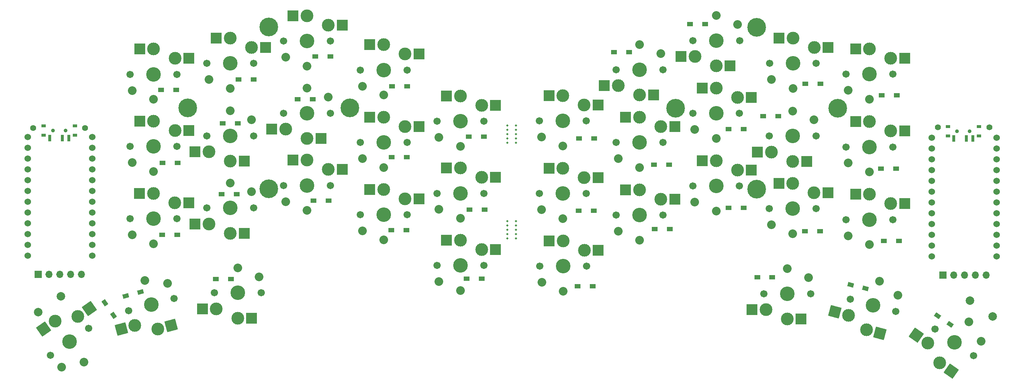
<source format=gbr>
%TF.GenerationSoftware,KiCad,Pcbnew,(6.0.5-0)*%
%TF.CreationDate,2022-12-11T16:32:45-08:00*%
%TF.ProjectId,Swept_3x5,53776570-745f-4337-9835-2e6b69636164,rev?*%
%TF.SameCoordinates,Original*%
%TF.FileFunction,Soldermask,Bot*%
%TF.FilePolarity,Negative*%
%FSLAX46Y46*%
G04 Gerber Fmt 4.6, Leading zero omitted, Abs format (unit mm)*
G04 Created by KiCad (PCBNEW (6.0.5-0)) date 2022-12-11 16:32:45*
%MOMM*%
%LPD*%
G01*
G04 APERTURE LIST*
G04 Aperture macros list*
%AMRotRect*
0 Rectangle, with rotation*
0 The origin of the aperture is its center*
0 $1 length*
0 $2 width*
0 $3 Rotation angle, in degrees counterclockwise*
0 Add horizontal line*
21,1,$1,$2,0,0,$3*%
G04 Aperture macros list end*
%ADD10C,1.524000*%
%ADD11C,1.701800*%
%ADD12C,3.000000*%
%ADD13C,3.429000*%
%ADD14C,2.032000*%
%ADD15R,2.600000X2.600000*%
%ADD16RotRect,2.600000X2.600000X165.000000*%
%ADD17C,0.500000*%
%ADD18C,2.000000*%
%ADD19C,4.400000*%
%ADD20RotRect,2.600000X2.600000X195.000000*%
%ADD21RotRect,2.600000X2.600000X145.000000*%
%ADD22R,1.700000X1.700000*%
%ADD23O,1.700000X1.700000*%
%ADD24C,1.397000*%
%ADD25RotRect,2.600000X2.600000X35.000000*%
%ADD26R,1.400000X1.000000*%
%ADD27R,1.000000X0.800000*%
%ADD28C,0.900000*%
%ADD29R,0.700000X1.500000*%
%ADD30RotRect,1.400000X1.000000X145.000000*%
%ADD31RotRect,1.400000X1.000000X305.000000*%
%ADD32RotRect,1.400000X1.000000X165.000000*%
%ADD33RotRect,1.400000X1.000000X15.000000*%
G04 APERTURE END LIST*
D10*
%TO.C,U1*%
X246380401Y-49847433D03*
X246380401Y-52387433D03*
X246380401Y-54927433D03*
X246380401Y-57467433D03*
X246380401Y-60007433D03*
X246380401Y-62547433D03*
X246380401Y-65087433D03*
X246380401Y-67627433D03*
X246380401Y-70167433D03*
X246380401Y-72707433D03*
X246380401Y-75247433D03*
X246380401Y-77787433D03*
X231160401Y-77787433D03*
X231160401Y-75247433D03*
X231160401Y-72707433D03*
X231160401Y-70167433D03*
X231160401Y-67627433D03*
X231160401Y-65087433D03*
X231160401Y-62547433D03*
X231160401Y-60007433D03*
X231160401Y-57467433D03*
X231160401Y-54927433D03*
X231160401Y-52387433D03*
X231160401Y-49847433D03*
%TD*%
D11*
%TO.C,SW16*%
X156997201Y-68120233D03*
D12*
X162497201Y-62170233D03*
X167497201Y-64370233D03*
D13*
X162497201Y-68120233D03*
D11*
X167997201Y-68120233D03*
D14*
X162497201Y-74020233D03*
D15*
X159222201Y-62170233D03*
X170772201Y-64370233D03*
D14*
X157497201Y-71920233D03*
%TD*%
D12*
%TO.C,SW20*%
X192193601Y-90386833D03*
D11*
X191693601Y-86636833D03*
D12*
X197193601Y-92586833D03*
D11*
X202693601Y-86636833D03*
D13*
X197193601Y-86636833D03*
D15*
X200468601Y-92586833D03*
D14*
X197193601Y-80736833D03*
X202193601Y-82836833D03*
D15*
X188918601Y-90386833D03*
%TD*%
D12*
%TO.C,SW15*%
X149539401Y-76384433D03*
D11*
X150039401Y-80134433D03*
D12*
X144539401Y-74184433D03*
D13*
X144539401Y-80134433D03*
D11*
X139039401Y-80134433D03*
D14*
X144539401Y-86034433D03*
D15*
X141264401Y-74184433D03*
D14*
X139539401Y-83934433D03*
D15*
X152814401Y-76384433D03*
%TD*%
D12*
%TO.C,SW21*%
X215846628Y-95101892D03*
D13*
X217386601Y-89354633D03*
D11*
X222699193Y-90778138D03*
D12*
X211586400Y-91682760D03*
D11*
X212074009Y-87931128D03*
D14*
X218913633Y-83655671D03*
D16*
X219010035Y-95949524D03*
X208422993Y-90835127D03*
D14*
X223199743Y-86978210D03*
%TD*%
D13*
%TO.C,SW17*%
X180505801Y-61236833D03*
D12*
X185505801Y-57486833D03*
D11*
X186005801Y-61236833D03*
D12*
X180505801Y-55286833D03*
D11*
X175005801Y-61236833D03*
D14*
X180505801Y-67136833D03*
D15*
X177230801Y-55286833D03*
X188780801Y-57486833D03*
D14*
X175505801Y-65036833D03*
%TD*%
D13*
%TO.C,SW18*%
X198514401Y-66596233D03*
D11*
X193014401Y-66596233D03*
X204014401Y-66596233D03*
D12*
X198514401Y-60646233D03*
X203514401Y-62846233D03*
D14*
X198514401Y-72496233D03*
D15*
X195239401Y-60646233D03*
X206789401Y-62846233D03*
D14*
X193514401Y-70396233D03*
%TD*%
D13*
%TO.C,SW4*%
X162522601Y-33881033D03*
D12*
X162522601Y-39831033D03*
X157522601Y-37631033D03*
D11*
X168022601Y-33881033D03*
X157022601Y-33881033D03*
D15*
X165797601Y-39831033D03*
D14*
X162522601Y-27981033D03*
D15*
X154247601Y-37631033D03*
D14*
X167522601Y-30081033D03*
%TD*%
D13*
%TO.C,SW3*%
X144514001Y-45920633D03*
D11*
X150014001Y-45920633D03*
D12*
X149514001Y-42170633D03*
D11*
X139014001Y-45920633D03*
D12*
X144514001Y-39970633D03*
D14*
X144514001Y-51820633D03*
D15*
X141239001Y-39970633D03*
D14*
X139514001Y-49720633D03*
D15*
X152789001Y-42170633D03*
%TD*%
D11*
%TO.C,SW9*%
X139014001Y-63014833D03*
D12*
X149514001Y-59264833D03*
D11*
X150014001Y-63014833D03*
D12*
X144514001Y-57064833D03*
D13*
X144514001Y-63014833D03*
D14*
X144514001Y-68914833D03*
D15*
X141239001Y-57064833D03*
X152789001Y-59264833D03*
D14*
X139514001Y-66814833D03*
%TD*%
D11*
%TO.C,SW12*%
X193014401Y-49476633D03*
D12*
X198514401Y-55426633D03*
D11*
X204014401Y-49476633D03*
D12*
X193514401Y-53226633D03*
D13*
X198514401Y-49476633D03*
D15*
X201789401Y-55426633D03*
D14*
X198514401Y-43576633D03*
X203514401Y-45676633D03*
D15*
X190239401Y-53226633D03*
%TD*%
D12*
%TO.C,SW11*%
X180505801Y-38167233D03*
D11*
X175005801Y-44117233D03*
X186005801Y-44117233D03*
D13*
X180505801Y-44117233D03*
D12*
X185505801Y-40367233D03*
D14*
X180505801Y-50017233D03*
D15*
X177230801Y-38167233D03*
D14*
X175505801Y-47917233D03*
D15*
X188780801Y-40367233D03*
%TD*%
D12*
%TO.C,SW6*%
X203539801Y-28607033D03*
X198539801Y-26407033D03*
D11*
X204039801Y-32357033D03*
D13*
X198539801Y-32357033D03*
D11*
X193039801Y-32357033D03*
D15*
X195264801Y-26407033D03*
D14*
X198539801Y-38257033D03*
D15*
X206814801Y-28607033D03*
D14*
X193539801Y-36157033D03*
%TD*%
D13*
%TO.C,SW5*%
X180531201Y-27023033D03*
D11*
X186031201Y-27023033D03*
D12*
X175531201Y-30773033D03*
D11*
X175031201Y-27023033D03*
D12*
X180531201Y-32973033D03*
D14*
X180531201Y-21123033D03*
D15*
X183806201Y-32973033D03*
X172256201Y-30773033D03*
D14*
X185531201Y-23223033D03*
%TD*%
D17*
%TO.C,mouse-bite-2mm-slot*%
X131407601Y-51079167D03*
X131407601Y-48031167D03*
X131407601Y-49047167D03*
X133439601Y-48031167D03*
X133439601Y-49047167D03*
X131407601Y-50063167D03*
X133439601Y-50063167D03*
X133439601Y-51079167D03*
X133439601Y-47015167D03*
X131407601Y-47015167D03*
%TD*%
%TO.C,mouse-bite-2mm-slot*%
X133477000Y-73583448D03*
X133477000Y-70535448D03*
X131445000Y-70535448D03*
X131445000Y-73583448D03*
X131445000Y-71551448D03*
X133477000Y-71551448D03*
X133477000Y-72567448D03*
X131445000Y-69519448D03*
X131445000Y-72567448D03*
X133477000Y-69519448D03*
%TD*%
D18*
%TO.C,RSW1*%
X245492244Y-91954123D03*
X240167756Y-88225877D03*
%TD*%
D11*
%TO.C,SW10*%
X156997201Y-51000633D03*
X167997201Y-51000633D03*
D12*
X162497201Y-45050633D03*
X167497201Y-47250633D03*
D13*
X162497201Y-51000633D03*
D15*
X159222201Y-45050633D03*
D14*
X162497201Y-56900633D03*
D15*
X170772201Y-47250633D03*
D14*
X157497201Y-54800633D03*
%TD*%
D19*
%TO.C,REF\u002A\u002A*%
X209072601Y-42933433D03*
X170972601Y-42933433D03*
X190022601Y-23883433D03*
X190022601Y-61983433D03*
%TD*%
D10*
%TO.C,U2*%
X33942000Y-49722800D03*
X33942000Y-52262800D03*
X33942000Y-54802800D03*
X33942000Y-57342800D03*
X33942000Y-59882800D03*
X33942000Y-62422800D03*
X33942000Y-64962800D03*
X33942000Y-67502800D03*
X33942000Y-70042800D03*
X33942000Y-72582800D03*
X33942000Y-75122800D03*
X33942000Y-77662800D03*
X18722000Y-77662800D03*
X18722000Y-75122800D03*
X18722000Y-72582800D03*
X18722000Y-70042800D03*
X18722000Y-67502800D03*
X18722000Y-64962800D03*
X18722000Y-62422800D03*
X18722000Y-59882800D03*
X18722000Y-57342800D03*
X18722000Y-54802800D03*
X18722000Y-52262800D03*
X18722000Y-49722800D03*
%TD*%
D11*
%TO.C,SW17_r1*%
X89878800Y-61112400D03*
X78878800Y-61112400D03*
D12*
X89378800Y-57362400D03*
X84378800Y-55162400D03*
D13*
X84378800Y-61112400D03*
D15*
X81103800Y-55162400D03*
D14*
X84378800Y-67012400D03*
X79378800Y-64912400D03*
D15*
X92653800Y-57362400D03*
%TD*%
D11*
%TO.C,SW11_r1*%
X89853400Y-44119800D03*
X78853400Y-44119800D03*
D12*
X79353400Y-47869800D03*
D13*
X84353400Y-44119800D03*
D12*
X84353400Y-50069800D03*
D14*
X84353400Y-38219800D03*
D15*
X87628400Y-50069800D03*
X76078400Y-47869800D03*
D14*
X89353400Y-40319800D03*
%TD*%
D11*
%TO.C,SW15_r1*%
X114896000Y-79959200D03*
D12*
X120396000Y-74009200D03*
D13*
X120396000Y-79959200D03*
D11*
X125896000Y-79959200D03*
D12*
X125396000Y-76209200D03*
D14*
X120396000Y-85859200D03*
D15*
X117121000Y-74009200D03*
D14*
X115396000Y-83759200D03*
D15*
X128671000Y-76209200D03*
%TD*%
D11*
%TO.C,SW18_r1*%
X60844800Y-66421000D03*
D12*
X66344800Y-72371000D03*
D13*
X66344800Y-66421000D03*
D11*
X71844800Y-66421000D03*
D12*
X61344800Y-70171000D03*
D14*
X66344800Y-60521000D03*
D15*
X69619800Y-72371000D03*
D14*
X71344800Y-62621000D03*
D15*
X58069800Y-70171000D03*
%TD*%
D11*
%TO.C,SW6_r1*%
X60844800Y-32359600D03*
D12*
X71344800Y-28609600D03*
X66344800Y-26409600D03*
D11*
X71844800Y-32359600D03*
D13*
X66344800Y-32359600D03*
D14*
X66344800Y-38259600D03*
D15*
X63069800Y-26409600D03*
X74619800Y-28609600D03*
D14*
X61344800Y-36159600D03*
%TD*%
D11*
%TO.C,SW5_r1*%
X78878800Y-27101800D03*
X89878800Y-27101800D03*
D12*
X89378800Y-23351800D03*
D13*
X84378800Y-27101800D03*
D12*
X84378800Y-21151800D03*
D14*
X84378800Y-33001800D03*
D15*
X81103800Y-21151800D03*
D14*
X79378800Y-30901800D03*
D15*
X92653800Y-23351800D03*
%TD*%
D11*
%TO.C,SW16_r1*%
X96912800Y-67995800D03*
D12*
X102412800Y-62045800D03*
D13*
X102412800Y-67995800D03*
D11*
X107912800Y-67995800D03*
D12*
X107412800Y-64245800D03*
D14*
X102412800Y-73895800D03*
D15*
X99137800Y-62045800D03*
X110687800Y-64245800D03*
D14*
X97412800Y-71795800D03*
%TD*%
D13*
%TO.C,SW4_r1*%
X102387400Y-33934400D03*
D12*
X107387400Y-30184400D03*
X102387400Y-27984400D03*
D11*
X96887400Y-33934400D03*
X107887400Y-33934400D03*
D15*
X99112400Y-27984400D03*
D14*
X102387400Y-39834400D03*
X97387400Y-37734400D03*
D15*
X110662400Y-30184400D03*
%TD*%
D12*
%TO.C,SW13_r1*%
X48336200Y-45993000D03*
D11*
X53836200Y-51943000D03*
D12*
X53336200Y-48193000D03*
D11*
X42836200Y-51943000D03*
D13*
X48336200Y-51943000D03*
D15*
X45061200Y-45993000D03*
D14*
X48336200Y-57843000D03*
D15*
X56611200Y-48193000D03*
D14*
X43336200Y-55743000D03*
%TD*%
D12*
%TO.C,SW12_r1*%
X66344800Y-55378400D03*
D11*
X71844800Y-49428400D03*
X60844800Y-49428400D03*
D13*
X66344800Y-49428400D03*
D12*
X61344800Y-53178400D03*
D14*
X66344800Y-43528400D03*
D15*
X69619800Y-55378400D03*
X58069800Y-53178400D03*
D14*
X71344800Y-45628400D03*
%TD*%
D11*
%TO.C,SW3_r1*%
X114896000Y-45974000D03*
D13*
X120396000Y-45974000D03*
D11*
X125896000Y-45974000D03*
D12*
X125396000Y-42224000D03*
X120396000Y-40024000D03*
D15*
X117121000Y-40024000D03*
D14*
X120396000Y-51874000D03*
D15*
X128671000Y-42224000D03*
D14*
X115396000Y-49774000D03*
%TD*%
D13*
%TO.C,SW21_r1*%
X47777400Y-89154000D03*
D12*
X49317373Y-94901259D03*
D11*
X42464808Y-90577505D03*
D12*
X43918342Y-94070317D03*
D11*
X53089992Y-87730495D03*
D20*
X52480780Y-94053626D03*
D14*
X46250368Y-83455038D03*
D20*
X40754935Y-94917949D03*
D14*
X51623517Y-84189387D03*
%TD*%
D11*
%TO.C,SW9_r1*%
X125896000Y-62966600D03*
D12*
X120396000Y-57016600D03*
D11*
X114896000Y-62966600D03*
D13*
X120396000Y-62966600D03*
D12*
X125396000Y-59216600D03*
D15*
X117121000Y-57016600D03*
D14*
X120396000Y-68866600D03*
X115396000Y-66766600D03*
D15*
X128671000Y-59216600D03*
%TD*%
D12*
%TO.C,SW20_r1*%
X68072000Y-92360800D03*
D11*
X73572000Y-86410800D03*
D12*
X63072000Y-90160800D03*
D13*
X68072000Y-86410800D03*
D11*
X62572000Y-86410800D03*
D14*
X68072000Y-80510800D03*
D15*
X71347000Y-92360800D03*
D14*
X73072000Y-82610800D03*
D15*
X59797000Y-90160800D03*
%TD*%
D13*
%TO.C,SW7_r1*%
X48336200Y-34950400D03*
D12*
X53336200Y-31200400D03*
D11*
X42836200Y-34950400D03*
D12*
X48336200Y-29000400D03*
D11*
X53836200Y-34950400D03*
D15*
X45061200Y-29000400D03*
D14*
X48336200Y-40850400D03*
D15*
X56611200Y-31200400D03*
D14*
X43336200Y-38750400D03*
%TD*%
D19*
%TO.C,REF\u002A\u002A*%
X94407400Y-42878400D03*
X56307400Y-42878400D03*
X75357400Y-61928400D03*
X75357400Y-23828400D03*
%TD*%
D18*
%TO.C,RSW2*%
X26562244Y-87185877D03*
X21237756Y-90914123D03*
%TD*%
D12*
%TO.C,SW13*%
X216548401Y-46092033D03*
D13*
X216548401Y-52042033D03*
D11*
X222048401Y-52042033D03*
D12*
X221548401Y-48292033D03*
D11*
X211048401Y-52042033D03*
D15*
X213273401Y-46092033D03*
D14*
X216548401Y-57942033D03*
X211548401Y-55842033D03*
D15*
X224823401Y-48292033D03*
%TD*%
D13*
%TO.C,SW22*%
X236487401Y-98041433D03*
D11*
X240992737Y-101196103D03*
D12*
X233074621Y-102915388D03*
D11*
X231982065Y-94886763D03*
D12*
X230240729Y-98245371D03*
D14*
X239871502Y-93208436D03*
D21*
X235757344Y-104793850D03*
X227558006Y-96366908D03*
D14*
X242762752Y-97796537D03*
%TD*%
D22*
%TO.C,J2*%
X21225000Y-82090000D03*
D23*
X23765000Y-82090000D03*
X26305000Y-82090000D03*
X28845000Y-82090000D03*
X31385000Y-82090000D03*
%TD*%
D12*
%TO.C,SW19*%
X221548401Y-65411633D03*
D13*
X216548401Y-69161633D03*
D12*
X216548401Y-63211633D03*
D11*
X211048401Y-69161633D03*
X222048401Y-69161633D03*
D14*
X216548401Y-75061633D03*
D15*
X213273401Y-63211633D03*
D14*
X211548401Y-72961633D03*
D15*
X224823401Y-65411633D03*
%TD*%
D22*
%TO.C,J1*%
X233765000Y-82200000D03*
D23*
X236305000Y-82200000D03*
X238845000Y-82200000D03*
X241385000Y-82200000D03*
X243925000Y-82200000D03*
%TD*%
D11*
%TO.C,SW19_r1*%
X53810800Y-68961000D03*
X42810800Y-68961000D03*
D12*
X53310800Y-65211000D03*
D13*
X48310800Y-68961000D03*
D12*
X48310800Y-63011000D03*
D15*
X45035800Y-63011000D03*
D14*
X48310800Y-74861000D03*
X43310800Y-72761000D03*
D15*
X56585800Y-65211000D03*
%TD*%
D24*
%TO.C,Bat+1*%
X232575801Y-47393833D03*
%TD*%
D12*
%TO.C,SW10_r1*%
X102387400Y-45027800D03*
D11*
X96887400Y-50977800D03*
X107887400Y-50977800D03*
D12*
X107387400Y-47227800D03*
D13*
X102387400Y-50977800D03*
D15*
X99112400Y-45027800D03*
D14*
X102387400Y-56877800D03*
X97387400Y-54777800D03*
D15*
X110662400Y-47227800D03*
%TD*%
D11*
%TO.C,SW22_r1*%
X24079200Y-101066600D03*
D12*
X30529385Y-91972228D03*
X25171756Y-93037975D03*
D11*
X33089872Y-94757260D03*
D13*
X28584536Y-97911930D03*
D25*
X22489033Y-94916438D03*
D14*
X31968637Y-102744927D03*
D25*
X33212108Y-90093765D03*
D14*
X26668366Y-103892590D03*
%TD*%
D24*
%TO.C,BatGND1*%
X244717001Y-47444633D03*
%TD*%
%TO.C,Bat+r1*%
X20040600Y-47574200D03*
%TD*%
D11*
%TO.C,SW7*%
X211048401Y-34922433D03*
X222048401Y-34922433D03*
D13*
X216548401Y-34922433D03*
D12*
X216548401Y-28972433D03*
X221548401Y-31172433D03*
D14*
X216548401Y-40822433D03*
D15*
X213273401Y-28972433D03*
X224823401Y-31172433D03*
D14*
X211548401Y-38722433D03*
%TD*%
D24*
%TO.C,BatGND4*%
X32207200Y-47625000D03*
%TD*%
D26*
%TO.C,D7*%
X151775401Y-67078833D03*
X148225401Y-67078833D03*
%TD*%
%TO.C,D18*%
X193707801Y-82725233D03*
X190157801Y-82725233D03*
%TD*%
%TO.C,Dr16*%
X64315800Y-63195200D03*
X67865800Y-63195200D03*
%TD*%
%TO.C,Dr15*%
X85905800Y-64693800D03*
X89455800Y-64693800D03*
%TD*%
%TO.C,Dr3*%
X86312200Y-30759400D03*
X89862200Y-30759400D03*
%TD*%
%TO.C,Dr18*%
X62915800Y-83159600D03*
X66465800Y-83159600D03*
%TD*%
%TO.C,Dr9*%
X82197400Y-40843200D03*
X85747400Y-40843200D03*
%TD*%
%TO.C,D11*%
X222765401Y-57122033D03*
X219215401Y-57122033D03*
%TD*%
%TO.C,D17*%
X223502001Y-74190833D03*
X219952001Y-74190833D03*
%TD*%
%TO.C,D15*%
X187002201Y-66418433D03*
X183452201Y-66418433D03*
%TD*%
%TO.C,D2*%
X160055801Y-29690033D03*
X156505801Y-29690033D03*
%TD*%
%TO.C,Dr4*%
X68252800Y-36169600D03*
X71802800Y-36169600D03*
%TD*%
%TO.C,D13*%
X151470601Y-84858833D03*
X147920601Y-84858833D03*
%TD*%
%TO.C,Dr10*%
X64519000Y-46456600D03*
X68069000Y-46456600D03*
%TD*%
D27*
%TO.C,SW_POWER1*%
X242245601Y-47226233D03*
X234945601Y-49436233D03*
D28*
X237095601Y-48326233D03*
D27*
X242245601Y-49436233D03*
X234945601Y-47226233D03*
D28*
X240095601Y-48326233D03*
D29*
X236345601Y-50086233D03*
X239345601Y-50086233D03*
X240845601Y-50086233D03*
%TD*%
D26*
%TO.C,D3*%
X177912001Y-23136833D03*
X174362001Y-23136833D03*
%TD*%
%TO.C,Dr11*%
X50396600Y-55829200D03*
X53946600Y-55829200D03*
%TD*%
%TO.C,Dr2*%
X104371600Y-37769800D03*
X107921600Y-37769800D03*
%TD*%
D30*
%TO.C,D20*%
X235458391Y-93803829D03*
X232550401Y-91767633D03*
%TD*%
D26*
%TO.C,D16*%
X204960001Y-71904833D03*
X201410001Y-71904833D03*
%TD*%
D31*
%TO.C,Dr20*%
X36851902Y-88756005D03*
X38888098Y-91663995D03*
%TD*%
D26*
%TO.C,Dr7*%
X122532600Y-66802000D03*
X126082600Y-66802000D03*
%TD*%
%TO.C,Dr5*%
X50066400Y-38633400D03*
X53616400Y-38633400D03*
%TD*%
D32*
%TO.C,D19*%
X215557837Y-85396641D03*
X212128801Y-84477833D03*
%TD*%
D26*
%TO.C,Dr1*%
X122380200Y-49657000D03*
X125930200Y-49657000D03*
%TD*%
D27*
%TO.C,SW_POWERR1*%
X22512000Y-47101800D03*
D28*
X27662000Y-48201800D03*
D27*
X29812000Y-47101800D03*
D28*
X24662000Y-48201800D03*
D27*
X22512000Y-49311800D03*
X29812000Y-49311800D03*
D29*
X23912000Y-49961800D03*
X26912000Y-49961800D03*
X28412000Y-49961800D03*
%TD*%
D26*
%TO.C,Dr14*%
X104193800Y-71602600D03*
X107743800Y-71602600D03*
%TD*%
%TO.C,D10*%
X195130201Y-44828433D03*
X191580201Y-44828433D03*
%TD*%
%TO.C,D9*%
X186951401Y-47825633D03*
X183401401Y-47825633D03*
%TD*%
%TO.C,Dr13*%
X121872200Y-83083400D03*
X125422200Y-83083400D03*
%TD*%
%TO.C,D4*%
X205036201Y-37157633D03*
X201486201Y-37157633D03*
%TD*%
%TO.C,D14*%
X169606201Y-71422233D03*
X166056201Y-71422233D03*
%TD*%
%TO.C,Dr8*%
X104244600Y-54483000D03*
X107794600Y-54483000D03*
%TD*%
D33*
%TO.C,Dr19*%
X41783000Y-87096600D03*
X45212036Y-86177792D03*
%TD*%
D26*
%TO.C,D5*%
X222994001Y-39926233D03*
X219444001Y-39926233D03*
%TD*%
%TO.C,Dr17*%
X50320400Y-72771000D03*
X53870400Y-72771000D03*
%TD*%
%TO.C,D1*%
X151826201Y-50086233D03*
X148276201Y-50086233D03*
%TD*%
%TO.C,D8*%
X169425401Y-56258433D03*
X165875401Y-56258433D03*
%TD*%
M02*

</source>
